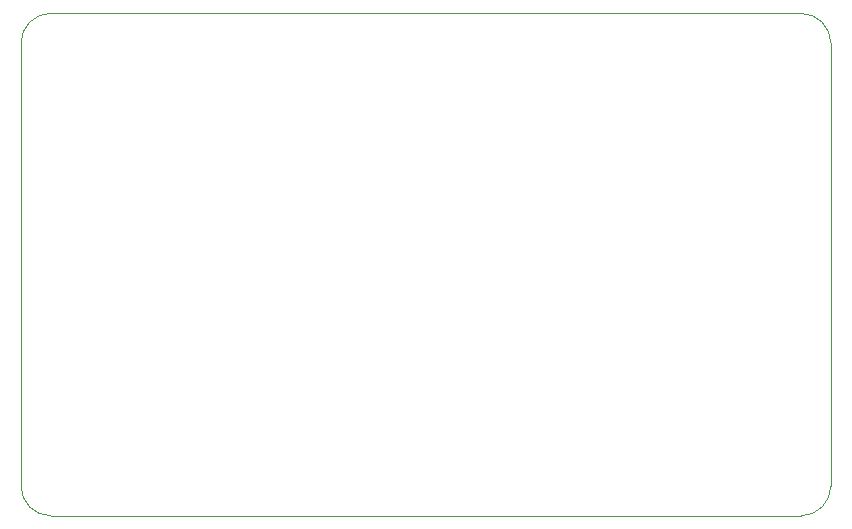
<source format=gbr>
%TF.GenerationSoftware,KiCad,Pcbnew,(6.0.7)*%
%TF.CreationDate,2023-02-03T07:15:45-06:00*%
%TF.ProjectId,LASK4,4c41534b-342e-46b6-9963-61645f706362,rev?*%
%TF.SameCoordinates,Original*%
%TF.FileFunction,Profile,NP*%
%FSLAX46Y46*%
G04 Gerber Fmt 4.6, Leading zero omitted, Abs format (unit mm)*
G04 Created by KiCad (PCBNEW (6.0.7)) date 2023-02-03 07:15:45*
%MOMM*%
%LPD*%
G01*
G04 APERTURE LIST*
%TA.AperFunction,Profile*%
%ADD10C,0.100000*%
%TD*%
G04 APERTURE END LIST*
D10*
X136525000Y-72390000D02*
X200025000Y-72390000D01*
X136525000Y-72390000D02*
G75*
G03*
X133985000Y-74930000I0J-2540000D01*
G01*
X133985000Y-112395000D02*
X133985000Y-74930000D01*
X133985000Y-112395000D02*
G75*
G03*
X136525000Y-114935000I2540000J0D01*
G01*
X202565000Y-74930000D02*
G75*
G03*
X200025000Y-72390000I-2540000J0D01*
G01*
X202565000Y-74930000D02*
X202565000Y-112395000D01*
X200025000Y-114935000D02*
G75*
G03*
X202565000Y-112395000I0J2540000D01*
G01*
X200025000Y-114935000D02*
X136525000Y-114935000D01*
M02*

</source>
